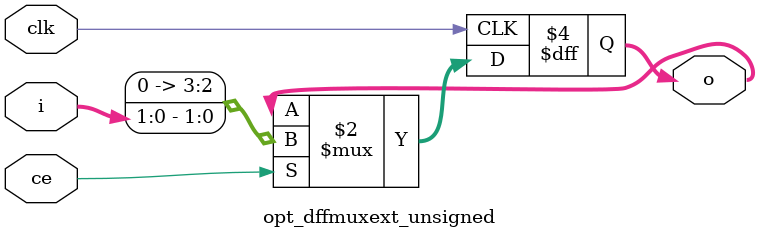
<source format=v>
module opt_dffmuxext_unsigned(input clk, ce, input [1:0] i, output reg [3:0] o);
    always @(posedge clk) if (ce) o <= i;
endmodule

</source>
